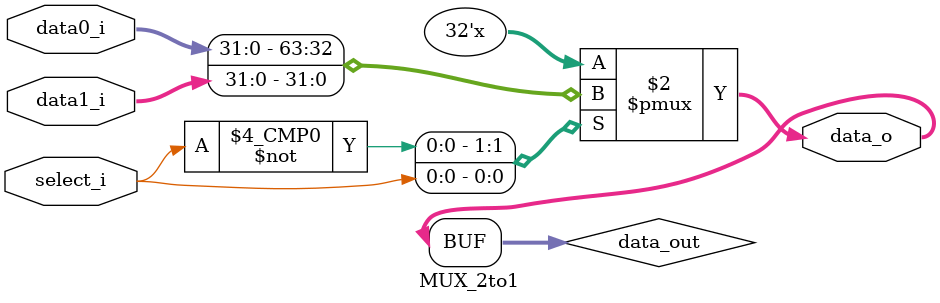
<source format=v>
/***************************************************
Student Name: 
Student ID: 
***************************************************/

`timescale 1ns/1ps

module MUX_2to1(
	input  [32-1:0] data0_i,       
	input  [32-1:0] data1_i,
	input       	select_i,
	output [32-1:0] data_o
               );

reg [32-1:0] data_out;   

always@(*)begin
	case(select_i)
        	0: data_out = data0_i;
        	1: data_out = data1_i;
     	endcase
end

assign data_o = data_out;   

endmodule      
          
</source>
